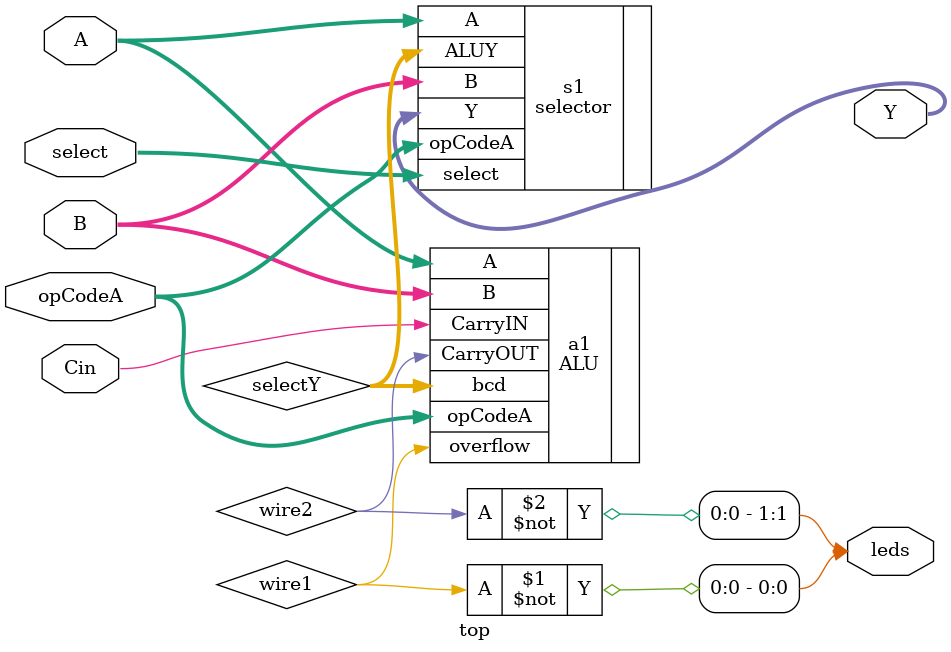
<source format=v>
module top (
    input [3:0] A, B,
    input [2:0] opCodeA,
    input [1:0] select,
    input Cin,
    output [1:0] leds,
    output [11:0] Y
);


wire wire1, wire2;
wire [11:0] selectY;
ALU a1(.A(A), .B(B), .opCodeA(opCodeA), .CarryIN(Cin), .bcd(selectY), .CarryOUT(wire2), .overflow(wire1)); //ALU module
selector s1(.A(A), .B(B), .opCodeA(opCodeA), .select(select), .ALUY(selectY), .Y(Y));   // selector for 7 segment

assign leds[0] = ~wire1; //overflow led
assign leds[1] = ~wire2; //CarryOut/BorrowOut led

endmodule

</source>
